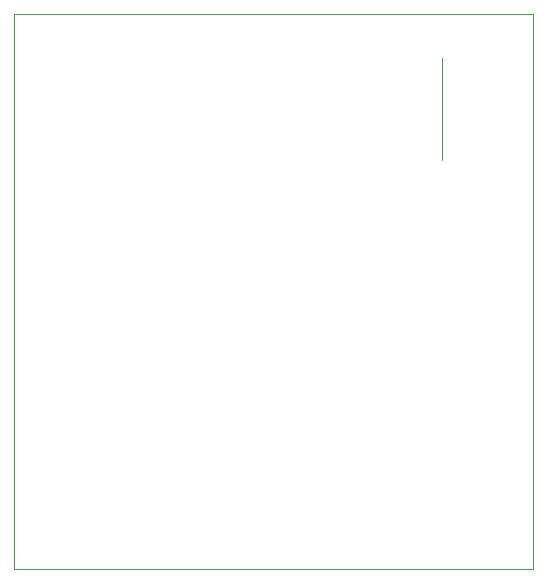
<source format=gm1>
G04 #@! TF.GenerationSoftware,KiCad,Pcbnew,7.0.9-7.0.9~ubuntu22.04.1*
G04 #@! TF.CreationDate,2023-11-28T09:56:05+02:00*
G04 #@! TF.ProjectId,elepajaradio,656c6570-616a-4617-9261-64696f2e6b69,rev?*
G04 #@! TF.SameCoordinates,Original*
G04 #@! TF.FileFunction,Profile,NP*
%FSLAX46Y46*%
G04 Gerber Fmt 4.6, Leading zero omitted, Abs format (unit mm)*
G04 Created by KiCad (PCBNEW 7.0.9-7.0.9~ubuntu22.04.1) date 2023-11-28 09:56:05*
%MOMM*%
%LPD*%
G01*
G04 APERTURE LIST*
G04 #@! TA.AperFunction,Profile*
%ADD10C,0.100000*%
G04 #@! TD*
G04 APERTURE END LIST*
D10*
X122000000Y-71000000D02*
X166000000Y-71000000D01*
X166000000Y-118000000D01*
X122000000Y-118000000D01*
X122000000Y-71000000D01*
X158250000Y-83300000D02*
X158250000Y-74700000D01*
M02*

</source>
